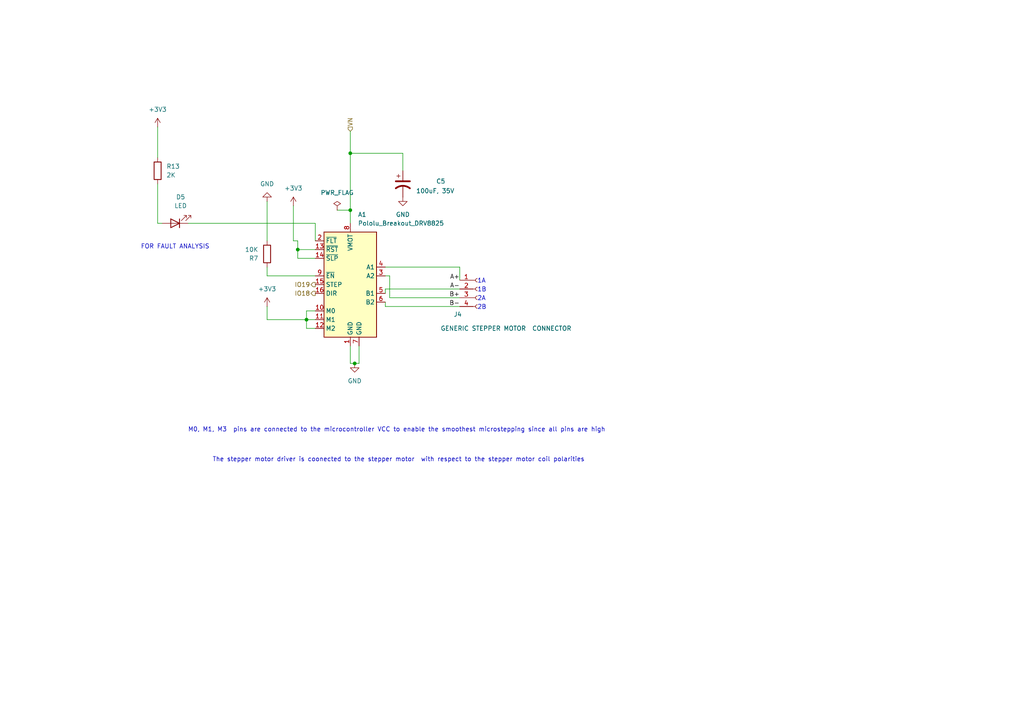
<source format=kicad_sch>
(kicad_sch
	(version 20231120)
	(generator "eeschema")
	(generator_version "8.0")
	(uuid "e4eadc7b-74f9-47f6-87b2-ee9272527215")
	(paper "A4")
	(lib_symbols
		(symbol "Connector:Conn_01x04_Socket"
			(pin_names
				(offset 1.016) hide)
			(exclude_from_sim no)
			(in_bom yes)
			(on_board yes)
			(property "Reference" "J"
				(at 0 5.08 0)
				(effects
					(font
						(size 1.27 1.27)
					)
				)
			)
			(property "Value" "Conn_01x04_Socket"
				(at 0 -7.62 0)
				(effects
					(font
						(size 1.27 1.27)
					)
				)
			)
			(property "Footprint" ""
				(at 0 0 0)
				(effects
					(font
						(size 1.27 1.27)
					)
					(hide yes)
				)
			)
			(property "Datasheet" "~"
				(at 0 0 0)
				(effects
					(font
						(size 1.27 1.27)
					)
					(hide yes)
				)
			)
			(property "Description" "Generic connector, single row, 01x04, script generated"
				(at 0 0 0)
				(effects
					(font
						(size 1.27 1.27)
					)
					(hide yes)
				)
			)
			(property "ki_locked" ""
				(at 0 0 0)
				(effects
					(font
						(size 1.27 1.27)
					)
				)
			)
			(property "ki_keywords" "connector"
				(at 0 0 0)
				(effects
					(font
						(size 1.27 1.27)
					)
					(hide yes)
				)
			)
			(property "ki_fp_filters" "Connector*:*_1x??_*"
				(at 0 0 0)
				(effects
					(font
						(size 1.27 1.27)
					)
					(hide yes)
				)
			)
			(symbol "Conn_01x04_Socket_1_1"
				(arc
					(start 0 -4.572)
					(mid -0.5058 -5.08)
					(end 0 -5.588)
					(stroke
						(width 0.1524)
						(type default)
					)
					(fill
						(type none)
					)
				)
				(arc
					(start 0 -2.032)
					(mid -0.5058 -2.54)
					(end 0 -3.048)
					(stroke
						(width 0.1524)
						(type default)
					)
					(fill
						(type none)
					)
				)
				(polyline
					(pts
						(xy -1.27 -5.08) (xy -0.508 -5.08)
					)
					(stroke
						(width 0.1524)
						(type default)
					)
					(fill
						(type none)
					)
				)
				(polyline
					(pts
						(xy -1.27 -2.54) (xy -0.508 -2.54)
					)
					(stroke
						(width 0.1524)
						(type default)
					)
					(fill
						(type none)
					)
				)
				(polyline
					(pts
						(xy -1.27 0) (xy -0.508 0)
					)
					(stroke
						(width 0.1524)
						(type default)
					)
					(fill
						(type none)
					)
				)
				(polyline
					(pts
						(xy -1.27 2.54) (xy -0.508 2.54)
					)
					(stroke
						(width 0.1524)
						(type default)
					)
					(fill
						(type none)
					)
				)
				(arc
					(start 0 0.508)
					(mid -0.5058 0)
					(end 0 -0.508)
					(stroke
						(width 0.1524)
						(type default)
					)
					(fill
						(type none)
					)
				)
				(arc
					(start 0 3.048)
					(mid -0.5058 2.54)
					(end 0 2.032)
					(stroke
						(width 0.1524)
						(type default)
					)
					(fill
						(type none)
					)
				)
				(pin passive line
					(at -5.08 2.54 0)
					(length 3.81)
					(name "Pin_1"
						(effects
							(font
								(size 1.27 1.27)
							)
						)
					)
					(number "1"
						(effects
							(font
								(size 1.27 1.27)
							)
						)
					)
				)
				(pin passive line
					(at -5.08 0 0)
					(length 3.81)
					(name "Pin_2"
						(effects
							(font
								(size 1.27 1.27)
							)
						)
					)
					(number "2"
						(effects
							(font
								(size 1.27 1.27)
							)
						)
					)
				)
				(pin passive line
					(at -5.08 -2.54 0)
					(length 3.81)
					(name "Pin_3"
						(effects
							(font
								(size 1.27 1.27)
							)
						)
					)
					(number "3"
						(effects
							(font
								(size 1.27 1.27)
							)
						)
					)
				)
				(pin passive line
					(at -5.08 -5.08 0)
					(length 3.81)
					(name "Pin_4"
						(effects
							(font
								(size 1.27 1.27)
							)
						)
					)
					(number "4"
						(effects
							(font
								(size 1.27 1.27)
							)
						)
					)
				)
			)
		)
		(symbol "Device:C_Polarized_US"
			(pin_numbers hide)
			(pin_names
				(offset 0.254) hide)
			(exclude_from_sim no)
			(in_bom yes)
			(on_board yes)
			(property "Reference" "C"
				(at 0.635 2.54 0)
				(effects
					(font
						(size 1.27 1.27)
					)
					(justify left)
				)
			)
			(property "Value" "C_Polarized_US"
				(at 0.635 -2.54 0)
				(effects
					(font
						(size 1.27 1.27)
					)
					(justify left)
				)
			)
			(property "Footprint" ""
				(at 0 0 0)
				(effects
					(font
						(size 1.27 1.27)
					)
					(hide yes)
				)
			)
			(property "Datasheet" "~"
				(at 0 0 0)
				(effects
					(font
						(size 1.27 1.27)
					)
					(hide yes)
				)
			)
			(property "Description" "Polarized capacitor, US symbol"
				(at 0 0 0)
				(effects
					(font
						(size 1.27 1.27)
					)
					(hide yes)
				)
			)
			(property "ki_keywords" "cap capacitor"
				(at 0 0 0)
				(effects
					(font
						(size 1.27 1.27)
					)
					(hide yes)
				)
			)
			(property "ki_fp_filters" "CP_*"
				(at 0 0 0)
				(effects
					(font
						(size 1.27 1.27)
					)
					(hide yes)
				)
			)
			(symbol "C_Polarized_US_0_1"
				(polyline
					(pts
						(xy -2.032 0.762) (xy 2.032 0.762)
					)
					(stroke
						(width 0.508)
						(type default)
					)
					(fill
						(type none)
					)
				)
				(polyline
					(pts
						(xy -1.778 2.286) (xy -0.762 2.286)
					)
					(stroke
						(width 0)
						(type default)
					)
					(fill
						(type none)
					)
				)
				(polyline
					(pts
						(xy -1.27 1.778) (xy -1.27 2.794)
					)
					(stroke
						(width 0)
						(type default)
					)
					(fill
						(type none)
					)
				)
				(arc
					(start 2.032 -1.27)
					(mid 0 -0.5572)
					(end -2.032 -1.27)
					(stroke
						(width 0.508)
						(type default)
					)
					(fill
						(type none)
					)
				)
			)
			(symbol "C_Polarized_US_1_1"
				(pin passive line
					(at 0 3.81 270)
					(length 2.794)
					(name "~"
						(effects
							(font
								(size 1.27 1.27)
							)
						)
					)
					(number "1"
						(effects
							(font
								(size 1.27 1.27)
							)
						)
					)
				)
				(pin passive line
					(at 0 -3.81 90)
					(length 3.302)
					(name "~"
						(effects
							(font
								(size 1.27 1.27)
							)
						)
					)
					(number "2"
						(effects
							(font
								(size 1.27 1.27)
							)
						)
					)
				)
			)
		)
		(symbol "Device:LED"
			(pin_numbers hide)
			(pin_names
				(offset 1.016) hide)
			(exclude_from_sim no)
			(in_bom yes)
			(on_board yes)
			(property "Reference" "D"
				(at 0 2.54 0)
				(effects
					(font
						(size 1.27 1.27)
					)
				)
			)
			(property "Value" "LED"
				(at 0 -2.54 0)
				(effects
					(font
						(size 1.27 1.27)
					)
				)
			)
			(property "Footprint" ""
				(at 0 0 0)
				(effects
					(font
						(size 1.27 1.27)
					)
					(hide yes)
				)
			)
			(property "Datasheet" "~"
				(at 0 0 0)
				(effects
					(font
						(size 1.27 1.27)
					)
					(hide yes)
				)
			)
			(property "Description" "Light emitting diode"
				(at 0 0 0)
				(effects
					(font
						(size 1.27 1.27)
					)
					(hide yes)
				)
			)
			(property "ki_keywords" "LED diode"
				(at 0 0 0)
				(effects
					(font
						(size 1.27 1.27)
					)
					(hide yes)
				)
			)
			(property "ki_fp_filters" "LED* LED_SMD:* LED_THT:*"
				(at 0 0 0)
				(effects
					(font
						(size 1.27 1.27)
					)
					(hide yes)
				)
			)
			(symbol "LED_0_1"
				(polyline
					(pts
						(xy -1.27 -1.27) (xy -1.27 1.27)
					)
					(stroke
						(width 0.254)
						(type default)
					)
					(fill
						(type none)
					)
				)
				(polyline
					(pts
						(xy -1.27 0) (xy 1.27 0)
					)
					(stroke
						(width 0)
						(type default)
					)
					(fill
						(type none)
					)
				)
				(polyline
					(pts
						(xy 1.27 -1.27) (xy 1.27 1.27) (xy -1.27 0) (xy 1.27 -1.27)
					)
					(stroke
						(width 0.254)
						(type default)
					)
					(fill
						(type none)
					)
				)
				(polyline
					(pts
						(xy -3.048 -0.762) (xy -4.572 -2.286) (xy -3.81 -2.286) (xy -4.572 -2.286) (xy -4.572 -1.524)
					)
					(stroke
						(width 0)
						(type default)
					)
					(fill
						(type none)
					)
				)
				(polyline
					(pts
						(xy -1.778 -0.762) (xy -3.302 -2.286) (xy -2.54 -2.286) (xy -3.302 -2.286) (xy -3.302 -1.524)
					)
					(stroke
						(width 0)
						(type default)
					)
					(fill
						(type none)
					)
				)
			)
			(symbol "LED_1_1"
				(pin passive line
					(at -3.81 0 0)
					(length 2.54)
					(name "K"
						(effects
							(font
								(size 1.27 1.27)
							)
						)
					)
					(number "1"
						(effects
							(font
								(size 1.27 1.27)
							)
						)
					)
				)
				(pin passive line
					(at 3.81 0 180)
					(length 2.54)
					(name "A"
						(effects
							(font
								(size 1.27 1.27)
							)
						)
					)
					(number "2"
						(effects
							(font
								(size 1.27 1.27)
							)
						)
					)
				)
			)
		)
		(symbol "Device:R"
			(pin_numbers hide)
			(pin_names
				(offset 0)
			)
			(exclude_from_sim no)
			(in_bom yes)
			(on_board yes)
			(property "Reference" "R"
				(at 2.032 0 90)
				(effects
					(font
						(size 1.27 1.27)
					)
				)
			)
			(property "Value" "R"
				(at 0 0 90)
				(effects
					(font
						(size 1.27 1.27)
					)
				)
			)
			(property "Footprint" ""
				(at -1.778 0 90)
				(effects
					(font
						(size 1.27 1.27)
					)
					(hide yes)
				)
			)
			(property "Datasheet" "~"
				(at 0 0 0)
				(effects
					(font
						(size 1.27 1.27)
					)
					(hide yes)
				)
			)
			(property "Description" "Resistor"
				(at 0 0 0)
				(effects
					(font
						(size 1.27 1.27)
					)
					(hide yes)
				)
			)
			(property "ki_keywords" "R res resistor"
				(at 0 0 0)
				(effects
					(font
						(size 1.27 1.27)
					)
					(hide yes)
				)
			)
			(property "ki_fp_filters" "R_*"
				(at 0 0 0)
				(effects
					(font
						(size 1.27 1.27)
					)
					(hide yes)
				)
			)
			(symbol "R_0_1"
				(rectangle
					(start -1.016 -2.54)
					(end 1.016 2.54)
					(stroke
						(width 0.254)
						(type default)
					)
					(fill
						(type none)
					)
				)
			)
			(symbol "R_1_1"
				(pin passive line
					(at 0 3.81 270)
					(length 1.27)
					(name "~"
						(effects
							(font
								(size 1.27 1.27)
							)
						)
					)
					(number "1"
						(effects
							(font
								(size 1.27 1.27)
							)
						)
					)
				)
				(pin passive line
					(at 0 -3.81 90)
					(length 1.27)
					(name "~"
						(effects
							(font
								(size 1.27 1.27)
							)
						)
					)
					(number "2"
						(effects
							(font
								(size 1.27 1.27)
							)
						)
					)
				)
			)
		)
		(symbol "Driver_Motor:Pololu_Breakout_DRV8825"
			(exclude_from_sim no)
			(in_bom yes)
			(on_board yes)
			(property "Reference" "A"
				(at -2.54 16.51 0)
				(effects
					(font
						(size 1.27 1.27)
					)
					(justify right)
				)
			)
			(property "Value" "Pololu_Breakout_DRV8825"
				(at -2.54 13.97 0)
				(effects
					(font
						(size 1.27 1.27)
					)
					(justify right)
				)
			)
			(property "Footprint" "Module:Pololu_Breakout-16_15.2x20.3mm"
				(at 5.08 -20.32 0)
				(effects
					(font
						(size 1.27 1.27)
					)
					(justify left)
					(hide yes)
				)
			)
			(property "Datasheet" "https://www.pololu.com/product/2982"
				(at 2.54 -7.62 0)
				(effects
					(font
						(size 1.27 1.27)
					)
					(hide yes)
				)
			)
			(property "Description" "Pololu Breakout Board, Stepper Driver DRV8825"
				(at 0 0 0)
				(effects
					(font
						(size 1.27 1.27)
					)
					(hide yes)
				)
			)
			(property "ki_keywords" "Pololu Breakout Board Stepper Driver DRV8825"
				(at 0 0 0)
				(effects
					(font
						(size 1.27 1.27)
					)
					(hide yes)
				)
			)
			(property "ki_fp_filters" "Pololu*Breakout*15.2x20.3mm*"
				(at 0 0 0)
				(effects
					(font
						(size 1.27 1.27)
					)
					(hide yes)
				)
			)
			(symbol "Pololu_Breakout_DRV8825_0_1"
				(rectangle
					(start 7.62 -17.78)
					(end -7.62 12.7)
					(stroke
						(width 0.254)
						(type default)
					)
					(fill
						(type background)
					)
				)
			)
			(symbol "Pololu_Breakout_DRV8825_1_1"
				(pin power_in line
					(at 0 -20.32 90)
					(length 2.54)
					(name "GND"
						(effects
							(font
								(size 1.27 1.27)
							)
						)
					)
					(number "1"
						(effects
							(font
								(size 1.27 1.27)
							)
						)
					)
				)
				(pin input line
					(at -10.16 -10.16 0)
					(length 2.54)
					(name "M0"
						(effects
							(font
								(size 1.27 1.27)
							)
						)
					)
					(number "10"
						(effects
							(font
								(size 1.27 1.27)
							)
						)
					)
				)
				(pin input line
					(at -10.16 -12.7 0)
					(length 2.54)
					(name "M1"
						(effects
							(font
								(size 1.27 1.27)
							)
						)
					)
					(number "11"
						(effects
							(font
								(size 1.27 1.27)
							)
						)
					)
				)
				(pin input line
					(at -10.16 -15.24 0)
					(length 2.54)
					(name "M2"
						(effects
							(font
								(size 1.27 1.27)
							)
						)
					)
					(number "12"
						(effects
							(font
								(size 1.27 1.27)
							)
						)
					)
				)
				(pin input line
					(at -10.16 7.62 0)
					(length 2.54)
					(name "~{RST}"
						(effects
							(font
								(size 1.27 1.27)
							)
						)
					)
					(number "13"
						(effects
							(font
								(size 1.27 1.27)
							)
						)
					)
				)
				(pin input line
					(at -10.16 5.08 0)
					(length 2.54)
					(name "~{SLP}"
						(effects
							(font
								(size 1.27 1.27)
							)
						)
					)
					(number "14"
						(effects
							(font
								(size 1.27 1.27)
							)
						)
					)
				)
				(pin input line
					(at -10.16 -2.54 0)
					(length 2.54)
					(name "STEP"
						(effects
							(font
								(size 1.27 1.27)
							)
						)
					)
					(number "15"
						(effects
							(font
								(size 1.27 1.27)
							)
						)
					)
				)
				(pin input line
					(at -10.16 -5.08 0)
					(length 2.54)
					(name "DIR"
						(effects
							(font
								(size 1.27 1.27)
							)
						)
					)
					(number "16"
						(effects
							(font
								(size 1.27 1.27)
							)
						)
					)
				)
				(pin output line
					(at -10.16 10.16 0)
					(length 2.54)
					(name "~{FLT}"
						(effects
							(font
								(size 1.27 1.27)
							)
						)
					)
					(number "2"
						(effects
							(font
								(size 1.27 1.27)
							)
						)
					)
				)
				(pin output line
					(at 10.16 0 180)
					(length 2.54)
					(name "A2"
						(effects
							(font
								(size 1.27 1.27)
							)
						)
					)
					(number "3"
						(effects
							(font
								(size 1.27 1.27)
							)
						)
					)
				)
				(pin output line
					(at 10.16 2.54 180)
					(length 2.54)
					(name "A1"
						(effects
							(font
								(size 1.27 1.27)
							)
						)
					)
					(number "4"
						(effects
							(font
								(size 1.27 1.27)
							)
						)
					)
				)
				(pin output line
					(at 10.16 -5.08 180)
					(length 2.54)
					(name "B1"
						(effects
							(font
								(size 1.27 1.27)
							)
						)
					)
					(number "5"
						(effects
							(font
								(size 1.27 1.27)
							)
						)
					)
				)
				(pin output line
					(at 10.16 -7.62 180)
					(length 2.54)
					(name "B2"
						(effects
							(font
								(size 1.27 1.27)
							)
						)
					)
					(number "6"
						(effects
							(font
								(size 1.27 1.27)
							)
						)
					)
				)
				(pin power_in line
					(at 2.54 -20.32 90)
					(length 2.54)
					(name "GND"
						(effects
							(font
								(size 1.27 1.27)
							)
						)
					)
					(number "7"
						(effects
							(font
								(size 1.27 1.27)
							)
						)
					)
				)
				(pin power_in line
					(at 0 15.24 270)
					(length 2.54)
					(name "VMOT"
						(effects
							(font
								(size 1.27 1.27)
							)
						)
					)
					(number "8"
						(effects
							(font
								(size 1.27 1.27)
							)
						)
					)
				)
				(pin input line
					(at -10.16 0 0)
					(length 2.54)
					(name "~{EN}"
						(effects
							(font
								(size 1.27 1.27)
							)
						)
					)
					(number "9"
						(effects
							(font
								(size 1.27 1.27)
							)
						)
					)
				)
			)
		)
		(symbol "power:+1V1"
			(power)
			(pin_numbers hide)
			(pin_names
				(offset 0) hide)
			(exclude_from_sim no)
			(in_bom yes)
			(on_board yes)
			(property "Reference" "#PWR"
				(at 0 -3.81 0)
				(effects
					(font
						(size 1.27 1.27)
					)
					(hide yes)
				)
			)
			(property "Value" "+1V1"
				(at 0 3.556 0)
				(effects
					(font
						(size 1.27 1.27)
					)
				)
			)
			(property "Footprint" ""
				(at 0 0 0)
				(effects
					(font
						(size 1.27 1.27)
					)
					(hide yes)
				)
			)
			(property "Datasheet" ""
				(at 0 0 0)
				(effects
					(font
						(size 1.27 1.27)
					)
					(hide yes)
				)
			)
			(property "Description" "Power symbol creates a global label with name \"+1V1\""
				(at 0 0 0)
				(effects
					(font
						(size 1.27 1.27)
					)
					(hide yes)
				)
			)
			(property "ki_keywords" "global power"
				(at 0 0 0)
				(effects
					(font
						(size 1.27 1.27)
					)
					(hide yes)
				)
			)
			(symbol "+1V1_0_1"
				(polyline
					(pts
						(xy -0.762 1.27) (xy 0 2.54)
					)
					(stroke
						(width 0)
						(type default)
					)
					(fill
						(type none)
					)
				)
				(polyline
					(pts
						(xy 0 0) (xy 0 2.54)
					)
					(stroke
						(width 0)
						(type default)
					)
					(fill
						(type none)
					)
				)
				(polyline
					(pts
						(xy 0 2.54) (xy 0.762 1.27)
					)
					(stroke
						(width 0)
						(type default)
					)
					(fill
						(type none)
					)
				)
			)
			(symbol "+1V1_1_1"
				(pin power_in line
					(at 0 0 90)
					(length 0)
					(name "~"
						(effects
							(font
								(size 1.27 1.27)
							)
						)
					)
					(number "1"
						(effects
							(font
								(size 1.27 1.27)
							)
						)
					)
				)
			)
		)
		(symbol "power:GND"
			(power)
			(pin_numbers hide)
			(pin_names
				(offset 0) hide)
			(exclude_from_sim no)
			(in_bom yes)
			(on_board yes)
			(property "Reference" "#PWR"
				(at 0 -6.35 0)
				(effects
					(font
						(size 1.27 1.27)
					)
					(hide yes)
				)
			)
			(property "Value" "GND"
				(at 0 -3.81 0)
				(effects
					(font
						(size 1.27 1.27)
					)
				)
			)
			(property "Footprint" ""
				(at 0 0 0)
				(effects
					(font
						(size 1.27 1.27)
					)
					(hide yes)
				)
			)
			(property "Datasheet" ""
				(at 0 0 0)
				(effects
					(font
						(size 1.27 1.27)
					)
					(hide yes)
				)
			)
			(property "Description" "Power symbol creates a global label with name \"GND\" , ground"
				(at 0 0 0)
				(effects
					(font
						(size 1.27 1.27)
					)
					(hide yes)
				)
			)
			(property "ki_keywords" "global power"
				(at 0 0 0)
				(effects
					(font
						(size 1.27 1.27)
					)
					(hide yes)
				)
			)
			(symbol "GND_0_1"
				(polyline
					(pts
						(xy 0 0) (xy 0 -1.27) (xy 1.27 -1.27) (xy 0 -2.54) (xy -1.27 -1.27) (xy 0 -1.27)
					)
					(stroke
						(width 0)
						(type default)
					)
					(fill
						(type none)
					)
				)
			)
			(symbol "GND_1_1"
				(pin power_in line
					(at 0 0 270)
					(length 0)
					(name "~"
						(effects
							(font
								(size 1.27 1.27)
							)
						)
					)
					(number "1"
						(effects
							(font
								(size 1.27 1.27)
							)
						)
					)
				)
			)
		)
		(symbol "power:PWR_FLAG"
			(power)
			(pin_numbers hide)
			(pin_names
				(offset 0) hide)
			(exclude_from_sim no)
			(in_bom yes)
			(on_board yes)
			(property "Reference" "#FLG"
				(at 0 1.905 0)
				(effects
					(font
						(size 1.27 1.27)
					)
					(hide yes)
				)
			)
			(property "Value" "PWR_FLAG"
				(at 0 3.81 0)
				(effects
					(font
						(size 1.27 1.27)
					)
				)
			)
			(property "Footprint" ""
				(at 0 0 0)
				(effects
					(font
						(size 1.27 1.27)
					)
					(hide yes)
				)
			)
			(property "Datasheet" "~"
				(at 0 0 0)
				(effects
					(font
						(size 1.27 1.27)
					)
					(hide yes)
				)
			)
			(property "Description" "Special symbol for telling ERC where power comes from"
				(at 0 0 0)
				(effects
					(font
						(size 1.27 1.27)
					)
					(hide yes)
				)
			)
			(property "ki_keywords" "flag power"
				(at 0 0 0)
				(effects
					(font
						(size 1.27 1.27)
					)
					(hide yes)
				)
			)
			(symbol "PWR_FLAG_0_0"
				(pin power_out line
					(at 0 0 90)
					(length 0)
					(name "~"
						(effects
							(font
								(size 1.27 1.27)
							)
						)
					)
					(number "1"
						(effects
							(font
								(size 1.27 1.27)
							)
						)
					)
				)
			)
			(symbol "PWR_FLAG_0_1"
				(polyline
					(pts
						(xy 0 0) (xy 0 1.27) (xy -1.016 1.905) (xy 0 2.54) (xy 1.016 1.905) (xy 0 1.27)
					)
					(stroke
						(width 0)
						(type default)
					)
					(fill
						(type none)
					)
				)
			)
		)
	)
	(junction
		(at 101.6 44.45)
		(diameter 0)
		(color 0 0 0 0)
		(uuid "12a82418-ee05-4a9f-935f-06ebd87ac289")
	)
	(junction
		(at 101.6 60.96)
		(diameter 0)
		(color 0 0 0 0)
		(uuid "36e7ad01-0e27-4f6a-b4c6-ccd4a2ffd4a4")
	)
	(junction
		(at 102.87 105.41)
		(diameter 0)
		(color 0 0 0 0)
		(uuid "48f8e060-5dfc-4fed-83b0-05094bd92f6e")
	)
	(junction
		(at 86.36 72.39)
		(diameter 0)
		(color 0 0 0 0)
		(uuid "cbebdc21-91b9-484f-b4d8-0d87ee9a81b1")
	)
	(junction
		(at 88.9 92.71)
		(diameter 0)
		(color 0 0 0 0)
		(uuid "e5378d87-696d-4830-a6bc-d5c06fda37cc")
	)
	(wire
		(pts
			(xy 111.76 80.01) (xy 113.03 80.01)
		)
		(stroke
			(width 0)
			(type default)
		)
		(uuid "037815b4-c202-4863-8990-7e3de6f8b7c9")
	)
	(wire
		(pts
			(xy 45.72 64.77) (xy 46.99 64.77)
		)
		(stroke
			(width 0)
			(type default)
		)
		(uuid "06878e58-7cc3-4706-bfce-6de2a5f53078")
	)
	(wire
		(pts
			(xy 85.09 59.69) (xy 85.09 69.85)
		)
		(stroke
			(width 0)
			(type default)
		)
		(uuid "121a5992-288d-4c39-bcda-65520fafd503")
	)
	(wire
		(pts
			(xy 91.44 64.77) (xy 91.44 69.85)
		)
		(stroke
			(width 0)
			(type default)
		)
		(uuid "18172dcb-5f49-42de-837c-9773a5a6ee02")
	)
	(wire
		(pts
			(xy 97.79 60.96) (xy 101.6 60.96)
		)
		(stroke
			(width 0)
			(type default)
		)
		(uuid "199f9fdb-ca14-43d2-933e-5e3b408f52fc")
	)
	(wire
		(pts
			(xy 86.36 72.39) (xy 91.44 72.39)
		)
		(stroke
			(width 0)
			(type default)
		)
		(uuid "250d2f35-cc39-4e5c-9f8a-1af2b0cf0325")
	)
	(wire
		(pts
			(xy 113.03 86.36) (xy 133.35 86.36)
		)
		(stroke
			(width 0)
			(type default)
		)
		(uuid "314f06ae-ffd5-4dba-baf8-e9efacb3899d")
	)
	(wire
		(pts
			(xy 111.76 87.63) (xy 111.76 88.9)
		)
		(stroke
			(width 0)
			(type default)
		)
		(uuid "3387e57c-3b2b-4439-b409-138cc67e8467")
	)
	(wire
		(pts
			(xy 86.36 69.85) (xy 86.36 72.39)
		)
		(stroke
			(width 0)
			(type default)
		)
		(uuid "370fc44a-4519-405c-8ce9-4679105d2bbc")
	)
	(wire
		(pts
			(xy 45.72 36.83) (xy 45.72 45.72)
		)
		(stroke
			(width 0)
			(type default)
		)
		(uuid "42afe60d-be54-4757-b238-5f4ddde13eb6")
	)
	(wire
		(pts
			(xy 85.09 69.85) (xy 86.36 69.85)
		)
		(stroke
			(width 0)
			(type default)
		)
		(uuid "4505b24d-55f7-4ad7-9aee-f52d7619abb7")
	)
	(wire
		(pts
			(xy 104.14 105.41) (xy 102.87 105.41)
		)
		(stroke
			(width 0)
			(type default)
		)
		(uuid "482fb04e-a6f0-4685-8a90-eac7f8fcc644")
	)
	(wire
		(pts
			(xy 86.36 74.93) (xy 91.44 74.93)
		)
		(stroke
			(width 0)
			(type default)
		)
		(uuid "4b8c20f8-e06d-4a9d-b26e-1d934e3d6f32")
	)
	(wire
		(pts
			(xy 101.6 60.96) (xy 101.6 64.77)
		)
		(stroke
			(width 0)
			(type default)
		)
		(uuid "53fe4abf-f31e-4fa9-bd6d-3ef804b1f015")
	)
	(wire
		(pts
			(xy 101.6 44.45) (xy 101.6 60.96)
		)
		(stroke
			(width 0)
			(type default)
		)
		(uuid "6ac772b8-123d-472f-a12e-3aac90febeae")
	)
	(wire
		(pts
			(xy 101.6 105.41) (xy 102.87 105.41)
		)
		(stroke
			(width 0)
			(type default)
		)
		(uuid "6af465b7-d111-405d-956a-0ac68a57ab92")
	)
	(wire
		(pts
			(xy 101.6 100.33) (xy 101.6 105.41)
		)
		(stroke
			(width 0)
			(type default)
		)
		(uuid "6ba77982-3a0d-47ec-bddc-bebe44e37171")
	)
	(wire
		(pts
			(xy 88.9 92.71) (xy 88.9 95.25)
		)
		(stroke
			(width 0)
			(type default)
		)
		(uuid "6c051545-4fa9-45a7-8c74-b956f77cf000")
	)
	(wire
		(pts
			(xy 91.44 90.17) (xy 88.9 90.17)
		)
		(stroke
			(width 0)
			(type default)
		)
		(uuid "7169bfdb-8717-41d9-bbde-a34c6d3d7f9b")
	)
	(wire
		(pts
			(xy 86.36 72.39) (xy 86.36 74.93)
		)
		(stroke
			(width 0)
			(type default)
		)
		(uuid "7aab1a32-99be-4a22-aab1-24d27fdbbe5d")
	)
	(wire
		(pts
			(xy 101.6 38.1) (xy 101.6 44.45)
		)
		(stroke
			(width 0)
			(type default)
		)
		(uuid "7f7303ef-8624-41d1-b4ae-fd07e8f56d53")
	)
	(wire
		(pts
			(xy 113.03 80.01) (xy 113.03 86.36)
		)
		(stroke
			(width 0)
			(type default)
		)
		(uuid "8ab3e14a-e9df-492c-aa4c-be0e661b446d")
	)
	(wire
		(pts
			(xy 77.47 88.9) (xy 77.47 92.71)
		)
		(stroke
			(width 0)
			(type default)
		)
		(uuid "8ceeacd9-3880-4814-b9b6-79e45c17d780")
	)
	(wire
		(pts
			(xy 104.14 100.33) (xy 104.14 105.41)
		)
		(stroke
			(width 0)
			(type default)
		)
		(uuid "8fd5e84f-75b5-4e3d-b0dc-8c8a7d9bd272")
	)
	(wire
		(pts
			(xy 77.47 92.71) (xy 88.9 92.71)
		)
		(stroke
			(width 0)
			(type default)
		)
		(uuid "9303f11d-e80a-46c6-9003-149b2241b8fe")
	)
	(wire
		(pts
			(xy 133.35 77.47) (xy 133.35 81.28)
		)
		(stroke
			(width 0)
			(type default)
		)
		(uuid "946c1113-d235-43f3-88d3-a5fb9dcf035d")
	)
	(wire
		(pts
			(xy 91.44 80.01) (xy 77.47 80.01)
		)
		(stroke
			(width 0)
			(type default)
		)
		(uuid "94d70d8c-88d3-46f5-8874-e7c95a5462cf")
	)
	(wire
		(pts
			(xy 111.76 85.09) (xy 111.76 83.82)
		)
		(stroke
			(width 0)
			(type default)
		)
		(uuid "995b9899-a51d-4a05-9f3d-9e309f4c1454")
	)
	(wire
		(pts
			(xy 116.84 44.45) (xy 116.84 49.53)
		)
		(stroke
			(width 0)
			(type default)
		)
		(uuid "9bf66b04-b81b-4ea6-ac03-b0ae636376f0")
	)
	(wire
		(pts
			(xy 88.9 90.17) (xy 88.9 92.71)
		)
		(stroke
			(width 0)
			(type default)
		)
		(uuid "a10f4100-4fd5-4334-b427-4a5cd18bf81e")
	)
	(wire
		(pts
			(xy 88.9 95.25) (xy 91.44 95.25)
		)
		(stroke
			(width 0)
			(type default)
		)
		(uuid "a2d40237-f1c9-4ad4-bcbd-a1577dce33b0")
	)
	(wire
		(pts
			(xy 88.9 92.71) (xy 91.44 92.71)
		)
		(stroke
			(width 0)
			(type default)
		)
		(uuid "ab306e14-09a1-48f0-a07d-ec05f47631e1")
	)
	(wire
		(pts
			(xy 111.76 83.82) (xy 133.35 83.82)
		)
		(stroke
			(width 0)
			(type default)
		)
		(uuid "b32c0a48-1a79-4127-963d-e305dc322287")
	)
	(wire
		(pts
			(xy 77.47 80.01) (xy 77.47 77.47)
		)
		(stroke
			(width 0)
			(type default)
		)
		(uuid "b5e1f9d9-056c-4401-96b7-7d2b3cefbbb5")
	)
	(wire
		(pts
			(xy 101.6 44.45) (xy 116.84 44.45)
		)
		(stroke
			(width 0)
			(type default)
		)
		(uuid "b86bee7d-5f83-41f0-83e6-8fe69e68588d")
	)
	(wire
		(pts
			(xy 45.72 53.34) (xy 45.72 64.77)
		)
		(stroke
			(width 0)
			(type default)
		)
		(uuid "bd0e5a17-4467-4b34-8017-bc91f8ca3ec7")
	)
	(wire
		(pts
			(xy 111.76 88.9) (xy 133.35 88.9)
		)
		(stroke
			(width 0)
			(type default)
		)
		(uuid "ce65fe60-e5ee-4375-b13d-c12b769867e0")
	)
	(wire
		(pts
			(xy 111.76 77.47) (xy 133.35 77.47)
		)
		(stroke
			(width 0)
			(type default)
		)
		(uuid "e55110f3-4248-4995-9312-a36af4e58c47")
	)
	(wire
		(pts
			(xy 54.61 64.77) (xy 91.44 64.77)
		)
		(stroke
			(width 0)
			(type default)
		)
		(uuid "f136e0f5-d2b2-41af-beb6-13f2dec9c69e")
	)
	(wire
		(pts
			(xy 77.47 69.85) (xy 77.47 58.42)
		)
		(stroke
			(width 0)
			(type default)
		)
		(uuid "f4a2b91d-43ac-4fd3-ab84-4c3bfb7b219f")
	)
	(text "M0, M1, M3  pins are connected to the microcontroller VCC to enable the smoothest microstepping since all pins are high"
		(exclude_from_sim no)
		(at 115.062 123.952 0)
		(effects
			(font
				(size 1.27 1.27)
			)
			(justify top)
		)
		(uuid "149b909f-fcea-4d0d-83e7-6606c5366d75")
	)
	(text "2A"
		(exclude_from_sim no)
		(at 138.43 87.376 0)
		(effects
			(font
				(size 1.27 1.27)
			)
			(justify left bottom)
		)
		(uuid "199d9232-538d-4e21-babd-d67af15ce601")
	)
	(text "1A"
		(exclude_from_sim no)
		(at 138.43 82.296 0)
		(effects
			(font
				(size 1.27 1.27)
			)
			(justify left bottom)
		)
		(uuid "4078b7d7-65e5-4ecc-bfb1-e709320f3486")
	)
	(text "The stepper motor driver is coonected to the stepper motor  with respect to the stepper motor coil polarities "
		(exclude_from_sim yes)
		(at 116.078 133.35 0)
		(effects
			(font
				(size 1.27 1.27)
			)
		)
		(uuid "83b0fa4a-7e65-421d-b59a-846c64adca23")
	)
	(text "1B"
		(exclude_from_sim no)
		(at 138.43 84.836 0)
		(effects
			(font
				(size 1.27 1.27)
			)
			(justify left bottom)
		)
		(uuid "97933281-9e64-4598-81bc-c48021ef2ecc")
	)
	(text "FOR FAULT ANALYSIS\n"
		(exclude_from_sim no)
		(at 50.8 71.628 0)
		(effects
			(font
				(size 1.27 1.27)
			)
		)
		(uuid "a62960dd-3aaa-4e47-859c-68c7164c8954")
	)
	(text "2B"
		(exclude_from_sim no)
		(at 138.43 89.916 0)
		(effects
			(font
				(size 1.27 1.27)
			)
			(justify left bottom)
		)
		(uuid "fe674a42-f966-4dd9-bcac-f02713256600")
	)
	(label "B-"
		(at 133.35 88.9 180)
		(effects
			(font
				(size 1.27 1.27)
			)
			(justify right bottom)
		)
		(uuid "245b2a65-dd9d-4265-ab93-1bcace70ee5e")
	)
	(label "B+"
		(at 133.35 86.36 180)
		(effects
			(font
				(size 1.27 1.27)
			)
			(justify right bottom)
		)
		(uuid "56604f50-55d3-4487-b569-702faf0770dd")
	)
	(label "A-"
		(at 133.35 83.82 180)
		(effects
			(font
				(size 1.27 1.27)
			)
			(justify right bottom)
		)
		(uuid "b3686e53-6b28-46e4-a441-63c4fb8bc193")
	)
	(label "A+"
		(at 133.35 81.28 180)
		(effects
			(font
				(size 1.27 1.27)
			)
			(justify right bottom)
		)
		(uuid "fbaaa734-6a88-46a5-9791-801dfbf43e66")
	)
	(hierarchical_label "VN"
		(shape input)
		(at 101.6 38.1 90)
		(effects
			(font
				(size 1.27 1.27)
			)
			(justify left)
		)
		(uuid "204ab575-1380-44bc-b699-6b6ea7095d6d")
	)
	(hierarchical_label "IO18"
		(shape output)
		(at 91.44 85.09 180)
		(effects
			(font
				(size 1.27 1.27)
			)
			(justify right)
		)
		(uuid "620fb4a6-bb54-42af-a7f1-8e84cdc1df53")
	)
	(hierarchical_label "IO19"
		(shape output)
		(at 91.44 82.55 180)
		(effects
			(font
				(size 1.27 1.27)
			)
			(justify right)
		)
		(uuid "fc845187-10de-49fd-8a8f-b2f96503e353")
	)
	(symbol
		(lib_id "power:+1V1")
		(at 77.47 88.9 0)
		(unit 1)
		(exclude_from_sim no)
		(in_bom yes)
		(on_board yes)
		(dnp no)
		(fields_autoplaced yes)
		(uuid "25a73e27-7fc8-4a8e-afbf-e3cc6d723354")
		(property "Reference" "#PWR034"
			(at 77.47 92.71 0)
			(effects
				(font
					(size 1.27 1.27)
				)
				(hide yes)
			)
		)
		(property "Value" "+3V3"
			(at 77.47 83.82 0)
			(effects
				(font
					(size 1.27 1.27)
				)
			)
		)
		(property "Footprint" ""
			(at 77.47 88.9 0)
			(effects
				(font
					(size 1.27 1.27)
				)
				(hide yes)
			)
		)
		(property "Datasheet" ""
			(at 77.47 88.9 0)
			(effects
				(font
					(size 1.27 1.27)
				)
				(hide yes)
			)
		)
		(property "Description" "Power symbol creates a global label with name \"+1V1\""
			(at 77.47 88.9 0)
			(effects
				(font
					(size 1.27 1.27)
				)
				(hide yes)
			)
		)
		(pin "1"
			(uuid "71d333f8-3264-4292-8bc5-d74ea2184037")
		)
		(instances
			(project ""
				(path "/0fdfe1ab-72bc-4993-b1c2-70ee1668a905/5e306eb6-064e-4e14-9cdc-8d2fba7f4f4d"
					(reference "#PWR034")
					(unit 1)
				)
			)
		)
	)
	(symbol
		(lib_id "power:+1V1")
		(at 85.09 59.69 0)
		(unit 1)
		(exclude_from_sim no)
		(in_bom yes)
		(on_board yes)
		(dnp no)
		(fields_autoplaced yes)
		(uuid "33dd4af1-6cf5-476c-9ba9-4f4eb3795735")
		(property "Reference" "#PWR033"
			(at 85.09 63.5 0)
			(effects
				(font
					(size 1.27 1.27)
				)
				(hide yes)
			)
		)
		(property "Value" "+3V3"
			(at 85.09 54.61 0)
			(effects
				(font
					(size 1.27 1.27)
				)
			)
		)
		(property "Footprint" ""
			(at 85.09 59.69 0)
			(effects
				(font
					(size 1.27 1.27)
				)
				(hide yes)
			)
		)
		(property "Datasheet" ""
			(at 85.09 59.69 0)
			(effects
				(font
					(size 1.27 1.27)
				)
				(hide yes)
			)
		)
		(property "Description" "Power symbol creates a global label with name \"+1V1\""
			(at 85.09 59.69 0)
			(effects
				(font
					(size 1.27 1.27)
				)
				(hide yes)
			)
		)
		(pin "1"
			(uuid "ebe01f08-5e34-4bc0-a6b3-cb7fd5995eb8")
		)
		(instances
			(project ""
				(path "/0fdfe1ab-72bc-4993-b1c2-70ee1668a905/5e306eb6-064e-4e14-9cdc-8d2fba7f4f4d"
					(reference "#PWR033")
					(unit 1)
				)
			)
		)
	)
	(symbol
		(lib_id "Device:LED")
		(at 50.8 64.77 180)
		(unit 1)
		(exclude_from_sim no)
		(in_bom yes)
		(on_board yes)
		(dnp no)
		(fields_autoplaced yes)
		(uuid "3d5a92da-cc75-48bd-b486-5cf0e574f259")
		(property "Reference" "D5"
			(at 52.3875 57.15 0)
			(effects
				(font
					(size 1.27 1.27)
				)
			)
		)
		(property "Value" "LED"
			(at 52.3875 59.69 0)
			(effects
				(font
					(size 1.27 1.27)
				)
			)
		)
		(property "Footprint" "LED_THT:LED_D3.0mm"
			(at 50.8 64.77 0)
			(effects
				(font
					(size 1.27 1.27)
				)
				(hide yes)
			)
		)
		(property "Datasheet" "~"
			(at 50.8 64.77 0)
			(effects
				(font
					(size 1.27 1.27)
				)
				(hide yes)
			)
		)
		(property "Description" "Light emitting diode"
			(at 50.8 64.77 0)
			(effects
				(font
					(size 1.27 1.27)
				)
				(hide yes)
			)
		)
		(pin "2"
			(uuid "241b6896-8597-40fb-af52-a48ae99a099f")
		)
		(pin "1"
			(uuid "cce778d5-ee82-4df0-b194-f2a3913f5137")
		)
		(instances
			(project ""
				(path "/0fdfe1ab-72bc-4993-b1c2-70ee1668a905/5e306eb6-064e-4e14-9cdc-8d2fba7f4f4d"
					(reference "D5")
					(unit 1)
				)
			)
		)
	)
	(symbol
		(lib_id "Device:R")
		(at 77.47 73.66 180)
		(unit 1)
		(exclude_from_sim no)
		(in_bom yes)
		(on_board yes)
		(dnp no)
		(fields_autoplaced yes)
		(uuid "5727bfec-0f25-47f1-93a1-a6d5af535c6d")
		(property "Reference" "R7"
			(at 74.93 74.9301 0)
			(effects
				(font
					(size 1.27 1.27)
				)
				(justify left)
			)
		)
		(property "Value" "10K"
			(at 74.93 72.3901 0)
			(effects
				(font
					(size 1.27 1.27)
				)
				(justify left)
			)
		)
		(property "Footprint" "Resistor_SMD:R_0603_1608Metric"
			(at 79.248 73.66 90)
			(effects
				(font
					(size 1.27 1.27)
				)
				(hide yes)
			)
		)
		(property "Datasheet" "~"
			(at 77.47 73.66 0)
			(effects
				(font
					(size 1.27 1.27)
				)
				(hide yes)
			)
		)
		(property "Description" "Resistor"
			(at 77.47 73.66 0)
			(effects
				(font
					(size 1.27 1.27)
				)
				(hide yes)
			)
		)
		(pin "1"
			(uuid "2547151d-5959-4d07-82ca-adba19b004cd")
		)
		(pin "2"
			(uuid "31ad7293-5870-4c37-98dc-3f8f19f2a712")
		)
		(instances
			(project ""
				(path "/0fdfe1ab-72bc-4993-b1c2-70ee1668a905/5e306eb6-064e-4e14-9cdc-8d2fba7f4f4d"
					(reference "R7")
					(unit 1)
				)
			)
		)
	)
	(symbol
		(lib_id "Device:C_Polarized_US")
		(at 116.84 53.34 0)
		(unit 1)
		(exclude_from_sim no)
		(in_bom yes)
		(on_board yes)
		(dnp no)
		(uuid "6204964c-9946-4b7a-be98-16e245e2681a")
		(property "Reference" "C5"
			(at 126.492 52.578 0)
			(effects
				(font
					(size 1.27 1.27)
				)
				(justify left)
			)
		)
		(property "Value" "100uF, 35V"
			(at 120.65 55.372 0)
			(effects
				(font
					(size 1.27 1.27)
				)
				(justify left)
			)
		)
		(property "Footprint" "Capacitor_SMD:C_2220_5750Metric"
			(at 116.84 53.34 0)
			(effects
				(font
					(size 1.27 1.27)
				)
				(hide yes)
			)
		)
		(property "Datasheet" "~"
			(at 116.84 53.34 0)
			(effects
				(font
					(size 1.27 1.27)
				)
				(hide yes)
			)
		)
		(property "Description" "Polarized capacitor, US symbol"
			(at 116.84 53.34 0)
			(effects
				(font
					(size 1.27 1.27)
				)
				(hide yes)
			)
		)
		(pin "2"
			(uuid "585544a4-ac5b-48ea-ba45-8d6cdb1cc4a4")
		)
		(pin "1"
			(uuid "a169de8a-8fa5-4b3a-91ed-cf31a012130d")
		)
		(instances
			(project ""
				(path "/0fdfe1ab-72bc-4993-b1c2-70ee1668a905/5e306eb6-064e-4e14-9cdc-8d2fba7f4f4d"
					(reference "C5")
					(unit 1)
				)
			)
		)
	)
	(symbol
		(lib_id "Connector:Conn_01x04_Socket")
		(at 138.43 83.82 0)
		(unit 1)
		(exclude_from_sim no)
		(in_bom yes)
		(on_board yes)
		(dnp no)
		(uuid "905e4ce9-ac17-4f9b-a369-cfe04f134205")
		(property "Reference" "J4"
			(at 131.572 91.186 0)
			(effects
				(font
					(size 1.27 1.27)
				)
				(justify left)
			)
		)
		(property "Value" "GENERIC STEPPER MOTOR  CONNECTOR"
			(at 127.762 95.25 0)
			(effects
				(font
					(size 1.27 1.27)
				)
				(justify left)
			)
		)
		(property "Footprint" "Connector_PinHeader_2.54mm:PinHeader_1x04_P2.54mm_Vertical"
			(at 138.43 83.82 0)
			(effects
				(font
					(size 1.27 1.27)
				)
				(hide yes)
			)
		)
		(property "Datasheet" "~"
			(at 138.43 83.82 0)
			(effects
				(font
					(size 1.27 1.27)
				)
				(hide yes)
			)
		)
		(property "Description" "Generic connector, single row, 01x04, script generated"
			(at 138.43 83.82 0)
			(effects
				(font
					(size 1.27 1.27)
				)
				(hide yes)
			)
		)
		(pin "3"
			(uuid "56db3ae5-8f1e-46c4-9d67-d29b0c5133d5")
		)
		(pin "1"
			(uuid "9f6d725c-6df3-4f72-9f96-a4da0ac0af7d")
		)
		(pin "4"
			(uuid "a9421752-27e6-444b-8db7-a416ddb198df")
		)
		(pin "2"
			(uuid "62dac27c-6978-4d16-8162-eda70d9d3a9d")
		)
		(instances
			(project ""
				(path "/0fdfe1ab-72bc-4993-b1c2-70ee1668a905/5e306eb6-064e-4e14-9cdc-8d2fba7f4f4d"
					(reference "J4")
					(unit 1)
				)
			)
		)
	)
	(symbol
		(lib_id "power:GND")
		(at 116.84 57.15 0)
		(unit 1)
		(exclude_from_sim no)
		(in_bom yes)
		(on_board yes)
		(dnp no)
		(fields_autoplaced yes)
		(uuid "92588d43-37a9-4221-bc97-16958a3f4254")
		(property "Reference" "#PWR031"
			(at 116.84 63.5 0)
			(effects
				(font
					(size 1.27 1.27)
				)
				(hide yes)
			)
		)
		(property "Value" "GND"
			(at 116.84 62.23 0)
			(effects
				(font
					(size 1.27 1.27)
				)
			)
		)
		(property "Footprint" ""
			(at 116.84 57.15 0)
			(effects
				(font
					(size 1.27 1.27)
				)
				(hide yes)
			)
		)
		(property "Datasheet" ""
			(at 116.84 57.15 0)
			(effects
				(font
					(size 1.27 1.27)
				)
				(hide yes)
			)
		)
		(property "Description" "Power symbol creates a global label with name \"GND\" , ground"
			(at 116.84 57.15 0)
			(effects
				(font
					(size 1.27 1.27)
				)
				(hide yes)
			)
		)
		(pin "1"
			(uuid "9ab20942-9a2d-42aa-9854-27acea7226d7")
		)
		(instances
			(project ""
				(path "/0fdfe1ab-72bc-4993-b1c2-70ee1668a905/5e306eb6-064e-4e14-9cdc-8d2fba7f4f4d"
					(reference "#PWR031")
					(unit 1)
				)
			)
		)
	)
	(symbol
		(lib_id "power:PWR_FLAG")
		(at 97.79 60.96 0)
		(unit 1)
		(exclude_from_sim no)
		(in_bom yes)
		(on_board yes)
		(dnp no)
		(fields_autoplaced yes)
		(uuid "c6b290d4-629f-410b-9f31-dcb1a7e90d59")
		(property "Reference" "#FLG09"
			(at 97.79 59.055 0)
			(effects
				(font
					(size 1.27 1.27)
				)
				(hide yes)
			)
		)
		(property "Value" "PWR_FLAG"
			(at 97.79 55.88 0)
			(effects
				(font
					(size 1.27 1.27)
				)
			)
		)
		(property "Footprint" ""
			(at 97.79 60.96 0)
			(effects
				(font
					(size 1.27 1.27)
				)
				(hide yes)
			)
		)
		(property "Datasheet" "~"
			(at 97.79 60.96 0)
			(effects
				(font
					(size 1.27 1.27)
				)
				(hide yes)
			)
		)
		(property "Description" "Special symbol for telling ERC where power comes from"
			(at 97.79 60.96 0)
			(effects
				(font
					(size 1.27 1.27)
				)
				(hide yes)
			)
		)
		(pin "1"
			(uuid "edb60075-1ee4-4b19-b6bb-0c4445933edb")
		)
		(instances
			(project ""
				(path "/0fdfe1ab-72bc-4993-b1c2-70ee1668a905/5e306eb6-064e-4e14-9cdc-8d2fba7f4f4d"
					(reference "#FLG09")
					(unit 1)
				)
			)
		)
	)
	(symbol
		(lib_id "power:GND")
		(at 102.87 105.41 0)
		(unit 1)
		(exclude_from_sim no)
		(in_bom yes)
		(on_board yes)
		(dnp no)
		(fields_autoplaced yes)
		(uuid "c820ccaf-bf10-441f-bab1-4f87e847df75")
		(property "Reference" "#PWR030"
			(at 102.87 111.76 0)
			(effects
				(font
					(size 1.27 1.27)
				)
				(hide yes)
			)
		)
		(property "Value" "GND"
			(at 102.87 110.49 0)
			(effects
				(font
					(size 1.27 1.27)
				)
			)
		)
		(property "Footprint" ""
			(at 102.87 105.41 0)
			(effects
				(font
					(size 1.27 1.27)
				)
				(hide yes)
			)
		)
		(property "Datasheet" ""
			(at 102.87 105.41 0)
			(effects
				(font
					(size 1.27 1.27)
				)
				(hide yes)
			)
		)
		(property "Description" "Power symbol creates a global label with name \"GND\" , ground"
			(at 102.87 105.41 0)
			(effects
				(font
					(size 1.27 1.27)
				)
				(hide yes)
			)
		)
		(pin "1"
			(uuid "378889d9-7e45-47ba-a6e2-bcb6ce5fc233")
		)
		(instances
			(project ""
				(path "/0fdfe1ab-72bc-4993-b1c2-70ee1668a905/5e306eb6-064e-4e14-9cdc-8d2fba7f4f4d"
					(reference "#PWR030")
					(unit 1)
				)
			)
		)
	)
	(symbol
		(lib_id "power:GND")
		(at 77.47 58.42 180)
		(unit 1)
		(exclude_from_sim no)
		(in_bom yes)
		(on_board yes)
		(dnp no)
		(fields_autoplaced yes)
		(uuid "d2deadbc-b347-42a1-b489-51767d316f81")
		(property "Reference" "#PWR032"
			(at 77.47 52.07 0)
			(effects
				(font
					(size 1.27 1.27)
				)
				(hide yes)
			)
		)
		(property "Value" "GND"
			(at 77.47 53.34 0)
			(effects
				(font
					(size 1.27 1.27)
				)
			)
		)
		(property "Footprint" ""
			(at 77.47 58.42 0)
			(effects
				(font
					(size 1.27 1.27)
				)
				(hide yes)
			)
		)
		(property "Datasheet" ""
			(at 77.47 58.42 0)
			(effects
				(font
					(size 1.27 1.27)
				)
				(hide yes)
			)
		)
		(property "Description" "Power symbol creates a global label with name \"GND\" , ground"
			(at 77.47 58.42 0)
			(effects
				(font
					(size 1.27 1.27)
				)
				(hide yes)
			)
		)
		(pin "1"
			(uuid "f27cde67-946c-4e43-83c3-19e41c9332a7")
		)
		(instances
			(project ""
				(path "/0fdfe1ab-72bc-4993-b1c2-70ee1668a905/5e306eb6-064e-4e14-9cdc-8d2fba7f4f4d"
					(reference "#PWR032")
					(unit 1)
				)
			)
		)
	)
	(symbol
		(lib_id "power:+1V1")
		(at 45.72 36.83 0)
		(unit 1)
		(exclude_from_sim no)
		(in_bom yes)
		(on_board yes)
		(dnp no)
		(fields_autoplaced yes)
		(uuid "f0c7ef17-73ad-4b42-9ee7-9f8b77f7260f")
		(property "Reference" "#PWR042"
			(at 45.72 40.64 0)
			(effects
				(font
					(size 1.27 1.27)
				)
				(hide yes)
			)
		)
		(property "Value" "+3V3"
			(at 45.72 31.75 0)
			(effects
				(font
					(size 1.27 1.27)
				)
			)
		)
		(property "Footprint" ""
			(at 45.72 36.83 0)
			(effects
				(font
					(size 1.27 1.27)
				)
				(hide yes)
			)
		)
		(property "Datasheet" ""
			(at 45.72 36.83 0)
			(effects
				(font
					(size 1.27 1.27)
				)
				(hide yes)
			)
		)
		(property "Description" "Power symbol creates a global label with name \"+1V1\""
			(at 45.72 36.83 0)
			(effects
				(font
					(size 1.27 1.27)
				)
				(hide yes)
			)
		)
		(pin "1"
			(uuid "dbf62cf4-9330-413a-a083-3b02ba6c8d14")
		)
		(instances
			(project ""
				(path "/0fdfe1ab-72bc-4993-b1c2-70ee1668a905/5e306eb6-064e-4e14-9cdc-8d2fba7f4f4d"
					(reference "#PWR042")
					(unit 1)
				)
			)
		)
	)
	(symbol
		(lib_id "Device:R")
		(at 45.72 49.53 0)
		(unit 1)
		(exclude_from_sim no)
		(in_bom yes)
		(on_board yes)
		(dnp no)
		(fields_autoplaced yes)
		(uuid "f13c762e-dcc5-48d9-b96e-bff469eb21be")
		(property "Reference" "R13"
			(at 48.26 48.2599 0)
			(effects
				(font
					(size 1.27 1.27)
				)
				(justify left)
			)
		)
		(property "Value" "2K"
			(at 48.26 50.7999 0)
			(effects
				(font
					(size 1.27 1.27)
				)
				(justify left)
			)
		)
		(property "Footprint" "Resistor_SMD:R_0603_1608Metric"
			(at 43.942 49.53 90)
			(effects
				(font
					(size 1.27 1.27)
				)
				(hide yes)
			)
		)
		(property "Datasheet" "~"
			(at 45.72 49.53 0)
			(effects
				(font
					(size 1.27 1.27)
				)
				(hide yes)
			)
		)
		(property "Description" "Resistor"
			(at 45.72 49.53 0)
			(effects
				(font
					(size 1.27 1.27)
				)
				(hide yes)
			)
		)
		(pin "2"
			(uuid "f9481544-58e5-44b5-97fa-30c895965723")
		)
		(pin "1"
			(uuid "c3798d78-3050-46ea-b27d-556379602fa6")
		)
		(instances
			(project ""
				(path "/0fdfe1ab-72bc-4993-b1c2-70ee1668a905/5e306eb6-064e-4e14-9cdc-8d2fba7f4f4d"
					(reference "R13")
					(unit 1)
				)
			)
		)
	)
	(symbol
		(lib_id "Driver_Motor:Pololu_Breakout_DRV8825")
		(at 101.6 80.01 0)
		(unit 1)
		(exclude_from_sim no)
		(in_bom yes)
		(on_board yes)
		(dnp no)
		(fields_autoplaced yes)
		(uuid "fc27716b-c3d7-45f2-8690-58fc70d86794")
		(property "Reference" "A1"
			(at 103.7941 62.23 0)
			(effects
				(font
					(size 1.27 1.27)
				)
				(justify left)
			)
		)
		(property "Value" "Pololu_Breakout_DRV8825"
			(at 103.7941 64.77 0)
			(effects
				(font
					(size 1.27 1.27)
				)
				(justify left)
			)
		)
		(property "Footprint" "Module:Pololu_Breakout-16_15.2x20.3mm"
			(at 106.68 100.33 0)
			(effects
				(font
					(size 1.27 1.27)
				)
				(justify left)
				(hide yes)
			)
		)
		(property "Datasheet" "https://www.pololu.com/product/2982"
			(at 104.14 87.63 0)
			(effects
				(font
					(size 1.27 1.27)
				)
				(hide yes)
			)
		)
		(property "Description" "Pololu Breakout Board, Stepper Driver DRV8825"
			(at 101.6 80.01 0)
			(effects
				(font
					(size 1.27 1.27)
				)
				(hide yes)
			)
		)
		(pin "7"
			(uuid "ccc39c9e-5413-4d5c-ba5f-13880522b804")
		)
		(pin "12"
			(uuid "25f3455f-dfed-4625-a652-1c11cb9acc9a")
		)
		(pin "8"
			(uuid "d93a2231-6c08-40b0-a2d4-388dd3009759")
		)
		(pin "3"
			(uuid "ebfe5159-f9d4-4edf-8649-dfc7a673b097")
		)
		(pin "2"
			(uuid "a12e860f-76c2-4edd-964a-a0e5098430a0")
		)
		(pin "4"
			(uuid "5acb4391-0d46-4e82-918e-09e4f60d8717")
		)
		(pin "16"
			(uuid "370b7e3e-bfd7-4f4e-9548-b47c2c07150f")
		)
		(pin "9"
			(uuid "ba681408-88ce-436b-a93f-7ad65a8f4f76")
		)
		(pin "15"
			(uuid "4503e1a2-2132-4d32-85bb-b3b42e2ada00")
		)
		(pin "13"
			(uuid "7730248e-3ce7-41c9-80a2-590b45dcdcc2")
		)
		(pin "14"
			(uuid "b2983957-ba7f-4d3b-96b8-dc05fa1f9ba2")
		)
		(pin "11"
			(uuid "cfcc1d35-2b9b-46dc-a81e-5d50232386ab")
		)
		(pin "6"
			(uuid "8ef48298-0f38-4571-9e9a-681518845c03")
		)
		(pin "5"
			(uuid "c525d664-07c9-4411-8d63-73e379e6eafe")
		)
		(pin "10"
			(uuid "bc604c7f-3f62-495a-921a-290afd14e8cf")
		)
		(pin "1"
			(uuid "e834e122-e347-455c-a1b9-7a59fab03be5")
		)
		(instances
			(project ""
				(path "/0fdfe1ab-72bc-4993-b1c2-70ee1668a905/5e306eb6-064e-4e14-9cdc-8d2fba7f4f4d"
					(reference "A1")
					(unit 1)
				)
			)
		)
	)
)

</source>
